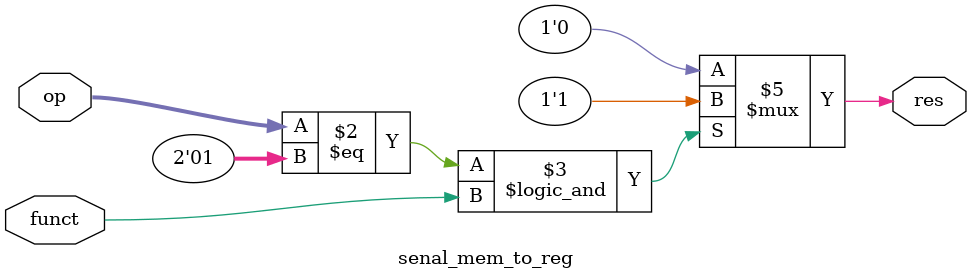
<source format=sv>
module senal_mem_to_reg	(op, funct, res);
	
	input logic [1:0] op;
	input logic funct;
	output logic res;
	
	always @ (op or funct) begin
		if(op == 2'b01 && funct) res = 1;
		else res = 0;
	end
	
endmodule 
</source>
